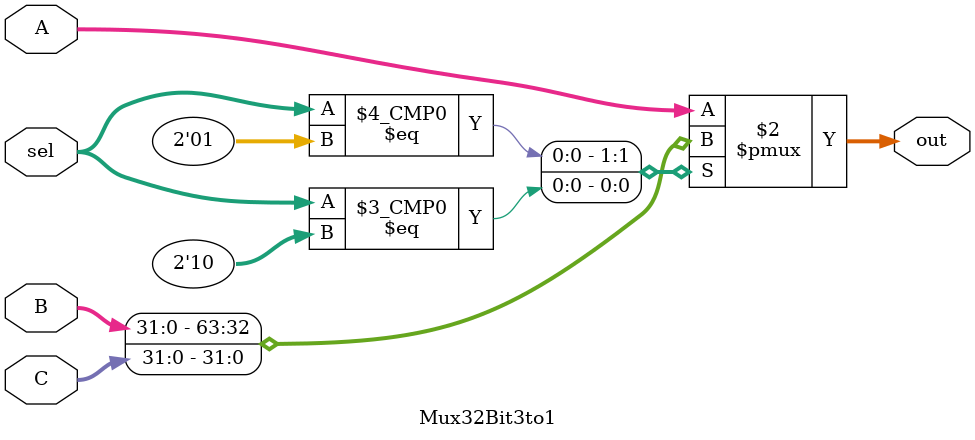
<source format=v>
`timescale 1ns / 1ps


module Mux32Bit3to1(out, A, B, C, sel);

    output reg [31:0] out;
    
    input [31:0] A, B, C;
    input [1:0] sel;
    
   
    /* Fill in the implementation here ... */ 
    always @(*) begin
    out<=A;
    case(sel)
    2'b00: out<=A;
    2'b01: out<=B;
    2'b10: out<=C;
    endcase
    end
    
endmodule
</source>
